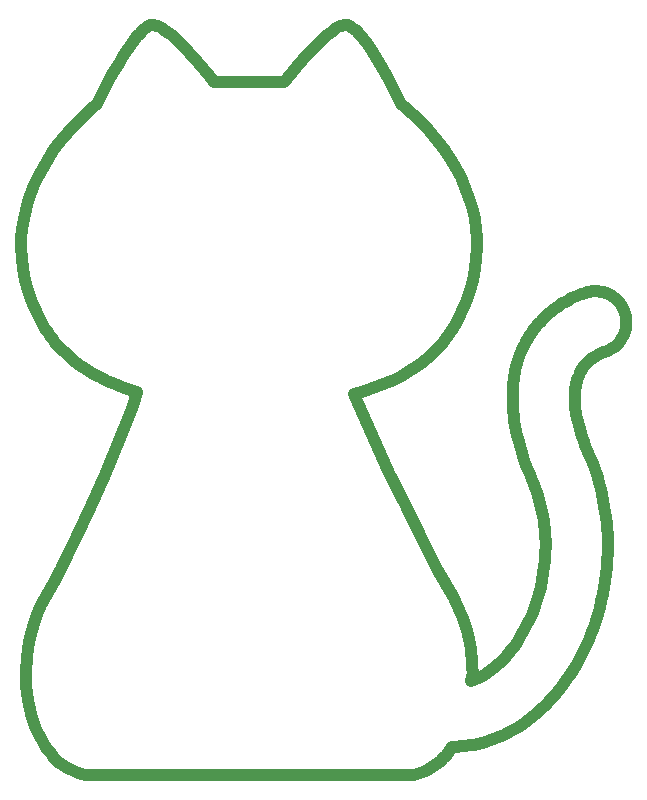
<source format=gbr>
%TF.GenerationSoftware,KiCad,Pcbnew,8.0.8*%
%TF.CreationDate,2025-06-12T02:03:35+01:00*%
%TF.ProjectId,AutoDiming_Keychain,4175746f-4469-46d6-996e-675f4b657963,rev?*%
%TF.SameCoordinates,Original*%
%TF.FileFunction,Profile,NP*%
%FSLAX46Y46*%
G04 Gerber Fmt 4.6, Leading zero omitted, Abs format (unit mm)*
G04 Created by KiCad (PCBNEW 8.0.8) date 2025-06-12 02:03:35*
%MOMM*%
%LPD*%
G01*
G04 APERTURE LIST*
%TA.AperFunction,Profile*%
%ADD10C,1.000000*%
%TD*%
G04 APERTURE END LIST*
D10*
X41341269Y-27811844D02*
X41497433Y-27849308D01*
X41663614Y-27910297D01*
X41838831Y-27993191D01*
X42022101Y-28096369D01*
X42212442Y-28218209D01*
X42408872Y-28357092D01*
X42816071Y-28679500D01*
X43235842Y-29050628D01*
X43660328Y-29457509D01*
X44081674Y-29887178D01*
X44492023Y-30326667D01*
X44883518Y-30763011D01*
X45248303Y-31183244D01*
X45866319Y-31923511D01*
X46436153Y-32640200D01*
X52336690Y-32640200D01*
X52906690Y-31923511D01*
X53524892Y-31183244D01*
X54281408Y-30326667D01*
X54691888Y-29887178D01*
X55113373Y-29457509D01*
X55538004Y-29050628D01*
X55957922Y-28679500D01*
X56365270Y-28357092D01*
X56561774Y-28218209D01*
X56752189Y-28096369D01*
X56935532Y-27993191D01*
X57110821Y-27910297D01*
X57277075Y-27849308D01*
X57433309Y-27811844D01*
X57588640Y-27807486D01*
X57752529Y-27842953D01*
X57924089Y-27915642D01*
X58102437Y-28022952D01*
X58286688Y-28162278D01*
X58475958Y-28331019D01*
X58669362Y-28526571D01*
X58866016Y-28746333D01*
X59265534Y-29248074D01*
X59667436Y-29815421D01*
X60064645Y-30427552D01*
X60450086Y-31063645D01*
X60816682Y-31702882D01*
X61157358Y-32324439D01*
X61732640Y-33431234D01*
X62260798Y-34516551D01*
X62677757Y-34848129D01*
X63735861Y-35811441D01*
X64414980Y-36515269D01*
X65145952Y-37359357D01*
X65892631Y-38337813D01*
X66618872Y-39444746D01*
X67288531Y-40674264D01*
X67590847Y-41333152D01*
X67865463Y-42020477D01*
X68107861Y-42735502D01*
X68313523Y-43477492D01*
X68477931Y-44245710D01*
X68596566Y-45039419D01*
X68664912Y-45857883D01*
X68678448Y-46700366D01*
X68632659Y-47566131D01*
X68523024Y-48454442D01*
X68345027Y-49364562D01*
X68094149Y-50295755D01*
X67765872Y-51247285D01*
X67355678Y-52218415D01*
X66996181Y-52929762D01*
X66596996Y-53596182D01*
X66160697Y-54219157D01*
X65689862Y-54800165D01*
X65187066Y-55340689D01*
X64654885Y-55842208D01*
X64095895Y-56306203D01*
X63512672Y-56734154D01*
X62907792Y-57127541D01*
X62283830Y-57487846D01*
X61643364Y-57816549D01*
X60988968Y-58115130D01*
X60323219Y-58385069D01*
X59648693Y-58627848D01*
X58967965Y-58844946D01*
X58283612Y-59037844D01*
X58472996Y-59642952D01*
X61260795Y-65689637D01*
X62542018Y-68360848D01*
X63919233Y-71145453D01*
X65323579Y-73868239D01*
X66686198Y-76353995D01*
X66887613Y-76721806D01*
X67074752Y-77095258D01*
X67247803Y-77473824D01*
X67406954Y-77856976D01*
X67552394Y-78244188D01*
X67684310Y-78634932D01*
X67802891Y-79028680D01*
X67908326Y-79424907D01*
X68000802Y-79823083D01*
X68080508Y-80222683D01*
X68147631Y-80623180D01*
X68202361Y-81024044D01*
X68244885Y-81424751D01*
X68275392Y-81824771D01*
X68294070Y-82223579D01*
X68301106Y-82620647D01*
X68178448Y-83346683D01*
X68315491Y-83296220D01*
X68452697Y-83242290D01*
X68590093Y-83184574D01*
X68727702Y-83122757D01*
X68865549Y-83056522D01*
X69003659Y-82985551D01*
X69142056Y-82909529D01*
X69280766Y-82828138D01*
X69449769Y-82721953D01*
X69618543Y-82608839D01*
X69786920Y-82488880D01*
X69954730Y-82362161D01*
X70121803Y-82228765D01*
X70287970Y-82088778D01*
X70453060Y-81942283D01*
X70616904Y-81789365D01*
X70779332Y-81630110D01*
X70940176Y-81464600D01*
X71099264Y-81292921D01*
X71256427Y-81115157D01*
X71411496Y-80931393D01*
X71564300Y-80741713D01*
X71714671Y-80546202D01*
X71862439Y-80344944D01*
X72151162Y-79926530D01*
X72426931Y-79487310D01*
X72688950Y-79028573D01*
X72936423Y-78551611D01*
X73168554Y-78057714D01*
X73384549Y-77548172D01*
X73583611Y-77024277D01*
X73764945Y-76487319D01*
X73927755Y-75938588D01*
X74071246Y-75379375D01*
X74194622Y-74810971D01*
X74297088Y-74234666D01*
X74377848Y-73651751D01*
X74436106Y-73063516D01*
X74471068Y-72471253D01*
X74481937Y-71876252D01*
X74477760Y-71523791D01*
X74465163Y-71171098D01*
X74444044Y-70818359D01*
X74414301Y-70465764D01*
X74375834Y-70113500D01*
X74328541Y-69761756D01*
X74272320Y-69410719D01*
X74207070Y-69060579D01*
X74132690Y-68711522D01*
X74049079Y-68363738D01*
X73956134Y-68017415D01*
X73853755Y-67672741D01*
X73741840Y-67329903D01*
X73620289Y-66989091D01*
X73488998Y-66650492D01*
X73347868Y-66314295D01*
X73138902Y-65821603D01*
X72944822Y-65336975D01*
X72765433Y-64860301D01*
X72600538Y-64391469D01*
X72449940Y-63930371D01*
X72313442Y-63476895D01*
X72190848Y-63030931D01*
X72081962Y-62592369D01*
X71986586Y-62161099D01*
X71904525Y-61737010D01*
X71835581Y-61319992D01*
X71779559Y-60909935D01*
X71736261Y-60506729D01*
X71705491Y-60110263D01*
X71687052Y-59720427D01*
X71680748Y-59337111D01*
X71684371Y-59026499D01*
X71696403Y-58720562D01*
X71716635Y-58419414D01*
X71744856Y-58123170D01*
X71780857Y-57831942D01*
X71824429Y-57545845D01*
X71875362Y-57264994D01*
X71933446Y-56989502D01*
X71998471Y-56719484D01*
X72070228Y-56455053D01*
X72148508Y-56196324D01*
X72233099Y-55943411D01*
X72323794Y-55696427D01*
X72420381Y-55455488D01*
X72522652Y-55220706D01*
X72630397Y-54992197D01*
X72742716Y-54769897D01*
X72859560Y-54554240D01*
X72980593Y-54345182D01*
X73105483Y-54142677D01*
X73233896Y-53946680D01*
X73365499Y-53757146D01*
X73499958Y-53574031D01*
X73636939Y-53397289D01*
X73776108Y-53226874D01*
X73917133Y-53062743D01*
X74059680Y-52904850D01*
X74203415Y-52753149D01*
X74348005Y-52607597D01*
X74493116Y-52468147D01*
X74638414Y-52334755D01*
X74783566Y-52207376D01*
X74929282Y-52085799D01*
X75074104Y-51969627D01*
X75217834Y-51858745D01*
X75360272Y-51753040D01*
X75640473Y-51556697D01*
X75913110Y-51379680D01*
X76176585Y-51221071D01*
X76429301Y-51079952D01*
X76669662Y-50955405D01*
X76896071Y-50846513D01*
X77106929Y-50752356D01*
X77300640Y-50672017D01*
X77475607Y-50604579D01*
X77630233Y-50549122D01*
X77872073Y-50470483D01*
X78013382Y-50428756D01*
X78145237Y-50397411D01*
X78277100Y-50373039D01*
X78408770Y-50355523D01*
X78540044Y-50344744D01*
X78670720Y-50340585D01*
X78800595Y-50342928D01*
X78929466Y-50351656D01*
X79057131Y-50366650D01*
X79183387Y-50387794D01*
X79308032Y-50414970D01*
X79430864Y-50448060D01*
X79551680Y-50486946D01*
X79670278Y-50531511D01*
X79786454Y-50581637D01*
X79900007Y-50637207D01*
X80010733Y-50698103D01*
X80118432Y-50764206D01*
X80222899Y-50835401D01*
X80323933Y-50911568D01*
X80421330Y-50992591D01*
X80514890Y-51078352D01*
X80604408Y-51168732D01*
X80689682Y-51263615D01*
X80770511Y-51362883D01*
X80846691Y-51466418D01*
X80918020Y-51574103D01*
X80984296Y-51685820D01*
X81045315Y-51801450D01*
X81100876Y-51920878D01*
X81150776Y-52043984D01*
X81194813Y-52170652D01*
X81232783Y-52300764D01*
X81263802Y-52431165D01*
X81287984Y-52561557D01*
X81305445Y-52691745D01*
X81316299Y-52821535D01*
X81320661Y-52950733D01*
X81318647Y-53079144D01*
X81310369Y-53206573D01*
X81295944Y-53332826D01*
X81275487Y-53457709D01*
X81249111Y-53581027D01*
X81216931Y-53702586D01*
X81179064Y-53822191D01*
X81135622Y-53939648D01*
X81086721Y-54054762D01*
X81032476Y-54167340D01*
X80973001Y-54277185D01*
X80908411Y-54384104D01*
X80838821Y-54487903D01*
X80764346Y-54588387D01*
X80685100Y-54685362D01*
X80601199Y-54778633D01*
X80512756Y-54868005D01*
X80419887Y-54953284D01*
X80322707Y-55034277D01*
X80221329Y-55110787D01*
X80115870Y-55182621D01*
X80006443Y-55249585D01*
X79893164Y-55311484D01*
X79776147Y-55368123D01*
X79655507Y-55419308D01*
X79531358Y-55464844D01*
X79403816Y-55504538D01*
X79404681Y-55508010D01*
X79348994Y-55526860D01*
X79289590Y-55549152D01*
X79253339Y-55563576D01*
X79213081Y-55580269D01*
X79169084Y-55599292D01*
X79121619Y-55620710D01*
X79070952Y-55644583D01*
X79017354Y-55670976D01*
X78902032Y-55730489D01*
X78779102Y-55799754D01*
X78650353Y-55878799D01*
X78584355Y-55921999D01*
X78517573Y-55967656D01*
X78450229Y-56015774D01*
X78382547Y-56066356D01*
X78314752Y-56119406D01*
X78247066Y-56174928D01*
X78179712Y-56232926D01*
X78112915Y-56293404D01*
X78046897Y-56356365D01*
X77981883Y-56421814D01*
X77896340Y-56513310D01*
X77812764Y-56609353D01*
X77731358Y-56710303D01*
X77691531Y-56762730D01*
X77652321Y-56816519D01*
X77613753Y-56871715D01*
X77575853Y-56928363D01*
X77538646Y-56986508D01*
X77502156Y-57046195D01*
X77466409Y-57107469D01*
X77431430Y-57170375D01*
X77397243Y-57234959D01*
X77363875Y-57301265D01*
X77279920Y-57488257D01*
X77202002Y-57690574D01*
X77165786Y-57798097D01*
X77131656Y-57910192D01*
X77099803Y-58027107D01*
X77070418Y-58149088D01*
X77043695Y-58276383D01*
X77019826Y-58409239D01*
X76999001Y-58547903D01*
X76981414Y-58692621D01*
X76967256Y-58843642D01*
X76956719Y-59001211D01*
X76949996Y-59165577D01*
X76947278Y-59336985D01*
X76961097Y-59781270D01*
X77006602Y-60270723D01*
X77042524Y-60532689D01*
X77087910Y-60806308D01*
X77143277Y-61091700D01*
X77209139Y-61388985D01*
X77286010Y-61698284D01*
X77374405Y-62019718D01*
X77474839Y-62353405D01*
X77587826Y-62699468D01*
X77713881Y-63058025D01*
X77853520Y-63429197D01*
X78007256Y-63813105D01*
X78175604Y-64209868D01*
X78373065Y-64680787D01*
X78556434Y-65154152D01*
X78725899Y-65629673D01*
X78881644Y-66107063D01*
X79023859Y-66586030D01*
X79152727Y-67066287D01*
X79268437Y-67547543D01*
X79371175Y-68029511D01*
X79461128Y-68511899D01*
X79538481Y-68994420D01*
X79603422Y-69476784D01*
X79656137Y-69958702D01*
X79696813Y-70439885D01*
X79725636Y-70920043D01*
X79742793Y-71398887D01*
X79748471Y-71876128D01*
X79739072Y-72480027D01*
X79712096Y-73080534D01*
X79667840Y-73677217D01*
X79606602Y-74269642D01*
X79528678Y-74857377D01*
X79434365Y-75439990D01*
X79323960Y-76017047D01*
X79197761Y-76588115D01*
X79056064Y-77152763D01*
X78899166Y-77710557D01*
X78727365Y-78261064D01*
X78540958Y-78803852D01*
X78340241Y-79338488D01*
X78125512Y-79864539D01*
X77897068Y-80381573D01*
X77655205Y-80889156D01*
X77399209Y-81386184D01*
X77130113Y-81873391D01*
X76847976Y-82350175D01*
X76552857Y-82815932D01*
X76244815Y-83270060D01*
X75923909Y-83711955D01*
X75590198Y-84141015D01*
X75243741Y-84556637D01*
X74884598Y-84958218D01*
X74512826Y-85345154D01*
X74128486Y-85716843D01*
X73731637Y-86072682D01*
X73322337Y-86412068D01*
X72900646Y-86734398D01*
X72466623Y-87039069D01*
X72020326Y-87325478D01*
X71717418Y-87504407D01*
X71408671Y-87674206D01*
X71094309Y-87834546D01*
X70774559Y-87985096D01*
X70449647Y-88125525D01*
X70119800Y-88255503D01*
X69785244Y-88374700D01*
X69446204Y-88482784D01*
X69102908Y-88579426D01*
X68755580Y-88664294D01*
X68404448Y-88737060D01*
X68049738Y-88797391D01*
X67691675Y-88844957D01*
X67330486Y-88879429D01*
X66966398Y-88900475D01*
X66599635Y-88907766D01*
X66413504Y-89175385D01*
X66219114Y-89430106D01*
X66016643Y-89671325D01*
X65806267Y-89898441D01*
X65588163Y-90110851D01*
X65362509Y-90307952D01*
X65129481Y-90489141D01*
X64889256Y-90653816D01*
X64642011Y-90801375D01*
X64387924Y-90931214D01*
X64127170Y-91042731D01*
X63859927Y-91135324D01*
X63586373Y-91208389D01*
X63306683Y-91261325D01*
X63021034Y-91293528D01*
X62729605Y-91304396D01*
X36046459Y-91304396D01*
X35599569Y-91278981D01*
X35166280Y-91204130D01*
X34747318Y-91081937D01*
X34343407Y-90914495D01*
X33955272Y-90703897D01*
X33583639Y-90452237D01*
X33229233Y-90161609D01*
X32892777Y-89834104D01*
X32574998Y-89471818D01*
X32276621Y-89076843D01*
X31998370Y-88651272D01*
X31740970Y-88197199D01*
X31505146Y-87716717D01*
X31291624Y-87211920D01*
X30934384Y-86137751D01*
X30675049Y-84991440D01*
X30519419Y-83789734D01*
X30473295Y-82549378D01*
X30542477Y-81287120D01*
X30622119Y-80653011D01*
X30732763Y-80019706D01*
X30875133Y-79389299D01*
X31049955Y-78763883D01*
X31257953Y-78145551D01*
X31499852Y-77536397D01*
X31776377Y-76938514D01*
X32088254Y-76353995D01*
X32752072Y-75156636D01*
X33419732Y-73887136D01*
X34084794Y-72566110D01*
X34740819Y-71214170D01*
X36000000Y-68500000D01*
X37145759Y-65909530D01*
X38126581Y-63607666D01*
X38890949Y-61759309D01*
X39564263Y-60082740D01*
X39930255Y-58884426D01*
X39283403Y-58683272D01*
X38641585Y-58459231D01*
X38007002Y-58211050D01*
X37381859Y-57937479D01*
X36768356Y-57637264D01*
X36168697Y-57309154D01*
X35585083Y-56951898D01*
X35019718Y-56564242D01*
X34474804Y-56144936D01*
X33952543Y-55692728D01*
X33455137Y-55206365D01*
X32984790Y-54684595D01*
X32760452Y-54410042D01*
X32543704Y-54126168D01*
X32334821Y-53832815D01*
X32134080Y-53529829D01*
X31941755Y-53217053D01*
X31758122Y-52894329D01*
X31583455Y-52561502D01*
X31418031Y-52218415D01*
X31007840Y-51247285D01*
X30679571Y-50295755D01*
X30428704Y-49364563D01*
X30250723Y-48454442D01*
X30141108Y-47566132D01*
X30095342Y-46700367D01*
X30108905Y-45857884D01*
X30177280Y-45039420D01*
X30295947Y-44245710D01*
X30460389Y-43477493D01*
X30666087Y-42735503D01*
X30908522Y-42020477D01*
X31183177Y-41333152D01*
X31485533Y-40674265D01*
X31811071Y-40044550D01*
X32155273Y-39444746D01*
X32513621Y-38875588D01*
X32881595Y-38337813D01*
X33254679Y-37832157D01*
X33628353Y-37359357D01*
X34359398Y-36515269D01*
X35038583Y-35811441D01*
X35629761Y-35253764D01*
X36096786Y-34848129D01*
X36513782Y-34516551D01*
X37041713Y-33431216D01*
X37616796Y-32324406D01*
X37957376Y-31702842D01*
X38323888Y-31063599D01*
X38709264Y-30427500D01*
X39106434Y-29815366D01*
X39508330Y-29248019D01*
X39907882Y-28746281D01*
X40104570Y-28526522D01*
X40298021Y-28330973D01*
X40487352Y-28162237D01*
X40671678Y-28022916D01*
X40850117Y-27915614D01*
X41021784Y-27842933D01*
X41185796Y-27807475D01*
X41341269Y-27811844D01*
M02*

</source>
